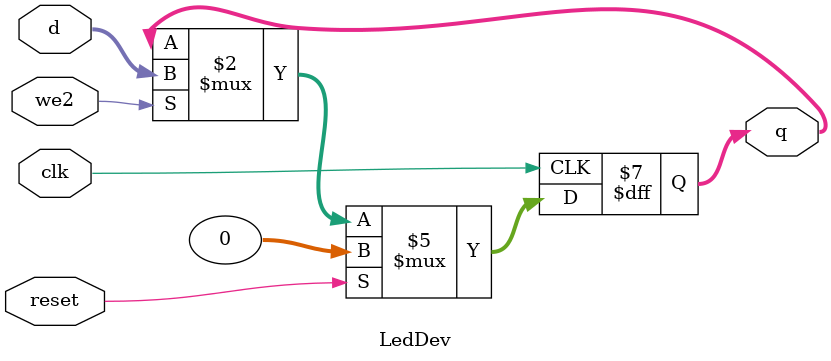
<source format=v>
`timescale 1ns / 1ps
module LedDev(
		input wire clk, reset,we2,
		input wire [31:0]d,
		output reg [31:0]q
);


	 always@(posedge clk) begin
		if(reset) begin 
			q <= 32'd0;
		end else begin
			if (we2) begin 
				q <= d;
			end		
		end		
	 end
endmodule

</source>
